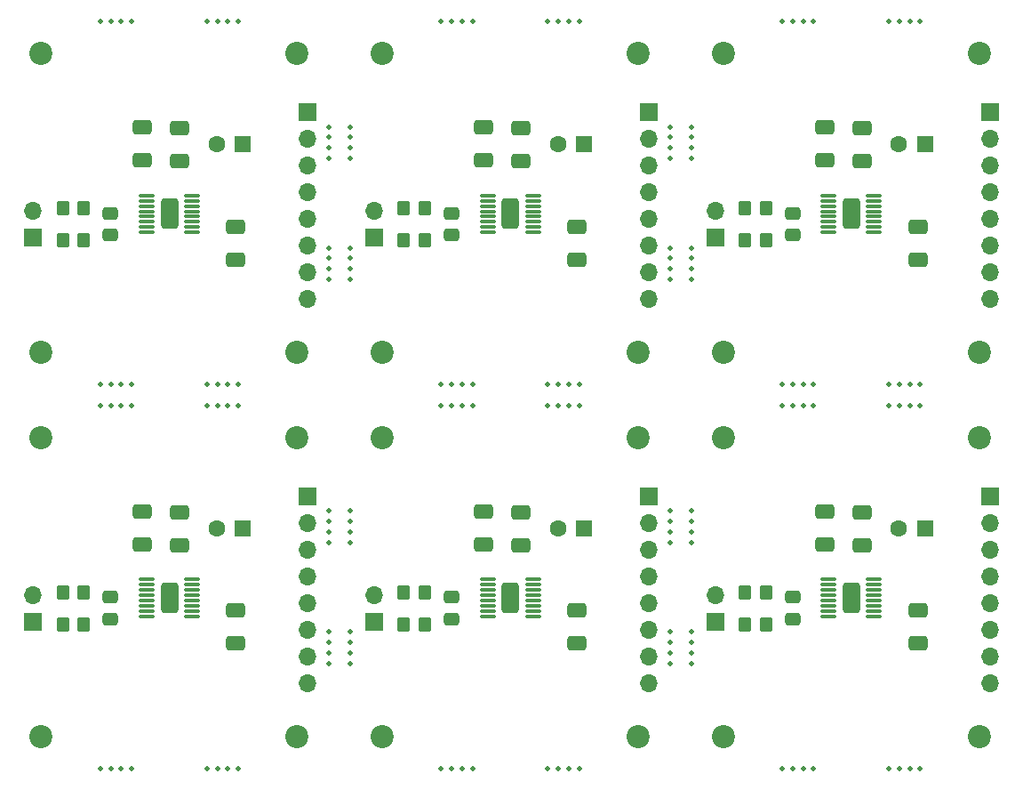
<source format=gbr>
%TF.GenerationSoftware,KiCad,Pcbnew,8.0.4*%
%TF.CreationDate,2024-08-17T22:53:07+02:00*%
%TF.ProjectId,,58585858-5858-4585-9858-585858585858,rev?*%
%TF.SameCoordinates,Original*%
%TF.FileFunction,Soldermask,Top*%
%TF.FilePolarity,Negative*%
%FSLAX46Y46*%
G04 Gerber Fmt 4.6, Leading zero omitted, Abs format (unit mm)*
G04 Created by KiCad (PCBNEW 8.0.4) date 2024-08-17 22:53:07*
%MOMM*%
%LPD*%
G01*
G04 APERTURE LIST*
G04 Aperture macros list*
%AMRoundRect*
0 Rectangle with rounded corners*
0 $1 Rounding radius*
0 $2 $3 $4 $5 $6 $7 $8 $9 X,Y pos of 4 corners*
0 Add a 4 corners polygon primitive as box body*
4,1,4,$2,$3,$4,$5,$6,$7,$8,$9,$2,$3,0*
0 Add four circle primitives for the rounded corners*
1,1,$1+$1,$2,$3*
1,1,$1+$1,$4,$5*
1,1,$1+$1,$6,$7*
1,1,$1+$1,$8,$9*
0 Add four rect primitives between the rounded corners*
20,1,$1+$1,$2,$3,$4,$5,0*
20,1,$1+$1,$4,$5,$6,$7,0*
20,1,$1+$1,$6,$7,$8,$9,0*
20,1,$1+$1,$8,$9,$2,$3,0*%
G04 Aperture macros list end*
%ADD10RoundRect,0.250000X-0.475000X0.337500X-0.475000X-0.337500X0.475000X-0.337500X0.475000X0.337500X0*%
%ADD11C,0.500000*%
%ADD12RoundRect,0.075000X-0.650000X-0.075000X0.650000X-0.075000X0.650000X0.075000X-0.650000X0.075000X0*%
%ADD13RoundRect,0.250000X-0.575000X-1.175000X0.575000X-1.175000X0.575000X1.175000X-0.575000X1.175000X0*%
%ADD14RoundRect,0.250000X-0.650000X0.412500X-0.650000X-0.412500X0.650000X-0.412500X0.650000X0.412500X0*%
%ADD15C,2.200000*%
%ADD16R,1.700000X1.700000*%
%ADD17O,1.700000X1.700000*%
%ADD18R,1.600000X1.600000*%
%ADD19C,1.600000*%
%ADD20RoundRect,0.250000X0.650000X-0.412500X0.650000X0.412500X-0.650000X0.412500X-0.650000X-0.412500X0*%
%ADD21RoundRect,0.250000X-0.350000X-0.450000X0.350000X-0.450000X0.350000X0.450000X-0.350000X0.450000X0*%
G04 APERTURE END LIST*
D10*
%TO.C,C1*%
X175392000Y-45245500D03*
X175392000Y-47320500D03*
%TD*%
D11*
%TO.C,KiKit_MB_3_1*%
X109440000Y-27000500D03*
%TD*%
%TO.C,KiKit_MB_28_4*%
X133260000Y-85073833D03*
%TD*%
D12*
%TO.C,U1*%
X146358000Y-80098500D03*
X146358000Y-80598500D03*
X146358000Y-81098500D03*
X146358000Y-81598500D03*
X146358000Y-82098500D03*
X146358000Y-82598500D03*
X146358000Y-83098500D03*
X146358000Y-83598500D03*
X150658000Y-83598500D03*
X150658000Y-83098500D03*
X150658000Y-82598500D03*
X150658000Y-82098500D03*
X150658000Y-81598500D03*
X150658000Y-81098500D03*
X150658000Y-80598500D03*
X150658000Y-80098500D03*
D13*
X148508000Y-81848500D03*
%TD*%
D11*
%TO.C,KiKit_MB_31_3*%
X143920000Y-63544500D03*
%TD*%
%TO.C,KiKit_MB_33_2*%
X143920000Y-98088500D03*
%TD*%
%TO.C,KiKit_MB_33_3*%
X142920000Y-98088500D03*
%TD*%
%TO.C,KiKit_MB_25_1*%
X112440000Y-98088500D03*
%TD*%
%TO.C,KiKit_MB_16_1*%
X165740000Y-51529833D03*
%TD*%
D14*
%TO.C,C5*%
X145960000Y-73627500D03*
X145960000Y-76752500D03*
%TD*%
D11*
%TO.C,KiKit_MB_30_3*%
X163740000Y-87073833D03*
%TD*%
%TO.C,KiKit_MB_38_4*%
X187560000Y-63544500D03*
%TD*%
D15*
%TO.C,M2*%
X136308000Y-66592500D03*
%TD*%
D11*
%TO.C,KiKit_MB_11_3*%
X143920000Y-27000500D03*
%TD*%
%TO.C,KiKit_MB_11_4*%
X144920000Y-27000500D03*
%TD*%
%TO.C,KiKit_MB_18_2*%
X185560000Y-27000500D03*
%TD*%
%TO.C,KiKit_MB_5_2*%
X111440000Y-61544500D03*
%TD*%
%TO.C,KiKit_MB_39_3*%
X175400000Y-98088500D03*
%TD*%
%TO.C,KiKit_MB_34_4*%
X152080000Y-98088500D03*
%TD*%
%TO.C,KiKit_MB_12_3*%
X154080000Y-27000500D03*
%TD*%
%TO.C,KiKit_MB_26_4*%
X119600000Y-98088500D03*
%TD*%
%TO.C,KiKit_MB_7_2*%
X133260000Y-39015167D03*
%TD*%
%TO.C,KiKit_MB_10_2*%
X163740000Y-49529833D03*
%TD*%
%TO.C,KiKit_MB_14_1*%
X155080000Y-61544500D03*
%TD*%
%TO.C,KiKit_MB_6_1*%
X122600000Y-61544500D03*
%TD*%
D16*
%TO.C,J1*%
X161708000Y-35636500D03*
D17*
X161708000Y-38176500D03*
X161708000Y-40716500D03*
X161708000Y-43256500D03*
X161708000Y-45796500D03*
X161708000Y-48336500D03*
X161708000Y-50876500D03*
X161708000Y-53416500D03*
%TD*%
D14*
%TO.C,C5*%
X145960000Y-37083500D03*
X145960000Y-40208500D03*
%TD*%
D11*
%TO.C,KiKit_MB_19_1*%
X177400000Y-61544500D03*
%TD*%
D18*
%TO.C,C7*%
X123044380Y-75228500D03*
D19*
X120544380Y-75228500D03*
%TD*%
D20*
%TO.C,C3*%
X122370000Y-86189000D03*
X122370000Y-83064000D03*
%TD*%
%TO.C,C3*%
X154850000Y-49645000D03*
X154850000Y-46520000D03*
%TD*%
D11*
%TO.C,KiKit_MB_34_2*%
X154080000Y-98088500D03*
%TD*%
%TO.C,KiKit_MB_5_3*%
X110440000Y-61544500D03*
%TD*%
%TO.C,KiKit_MB_7_3*%
X133260000Y-38015167D03*
%TD*%
D12*
%TO.C,U1*%
X178838000Y-80098500D03*
X178838000Y-80598500D03*
X178838000Y-81098500D03*
X178838000Y-81598500D03*
X178838000Y-82098500D03*
X178838000Y-82598500D03*
X178838000Y-83098500D03*
X178838000Y-83598500D03*
X183138000Y-83598500D03*
X183138000Y-83098500D03*
X183138000Y-82598500D03*
X183138000Y-82098500D03*
X183138000Y-81598500D03*
X183138000Y-81098500D03*
X183138000Y-80598500D03*
X183138000Y-80098500D03*
D13*
X180988000Y-81848500D03*
%TD*%
D14*
%TO.C,C4*%
X181996000Y-73704500D03*
X181996000Y-76829500D03*
%TD*%
D11*
%TO.C,KiKit_MB_25_4*%
X109440000Y-98088500D03*
%TD*%
D16*
%TO.C,J2*%
X168026000Y-47579500D03*
D17*
X168026000Y-45039500D03*
%TD*%
D11*
%TO.C,KiKit_MB_19_3*%
X175400000Y-61544500D03*
%TD*%
%TO.C,KiKit_MB_37_2*%
X175400000Y-63544500D03*
%TD*%
%TO.C,KiKit_MB_9_4*%
X163740000Y-40015167D03*
%TD*%
%TO.C,KiKit_MB_3_3*%
X111440000Y-27000500D03*
%TD*%
%TO.C,KiKit_MB_24_3*%
X121600000Y-63544500D03*
%TD*%
%TO.C,KiKit_MB_7_1*%
X133260000Y-40015167D03*
%TD*%
D15*
%TO.C,REF\u002A\u002A*%
X128212000Y-95040500D03*
%TD*%
D11*
%TO.C,KiKit_MB_17_3*%
X176400000Y-27000500D03*
%TD*%
%TO.C,KiKit_MB_4_3*%
X121600000Y-27000500D03*
%TD*%
%TO.C,KiKit_MB_2_4*%
X131260000Y-51529833D03*
%TD*%
%TO.C,KiKit_MB_13_2*%
X143920000Y-61544500D03*
%TD*%
%TO.C,KiKit_MB_36_3*%
X165740000Y-86073833D03*
%TD*%
%TO.C,KiKit_MB_27_1*%
X133260000Y-76559166D03*
%TD*%
%TO.C,KiKit_MB_11_2*%
X142920000Y-27000500D03*
%TD*%
%TO.C,KiKit_MB_20_4*%
X184560000Y-61544500D03*
%TD*%
D16*
%TO.C,J1*%
X129228000Y-35636500D03*
D17*
X129228000Y-38176500D03*
X129228000Y-40716500D03*
X129228000Y-43256500D03*
X129228000Y-45796500D03*
X129228000Y-48336500D03*
X129228000Y-50876500D03*
X129228000Y-53416500D03*
%TD*%
D18*
%TO.C,C7*%
X188004380Y-75228500D03*
D19*
X185504380Y-75228500D03*
%TD*%
D11*
%TO.C,KiKit_MB_9_2*%
X163740000Y-38015167D03*
%TD*%
%TO.C,KiKit_MB_1_2*%
X131260000Y-38015167D03*
%TD*%
%TO.C,KiKit_MB_14_3*%
X153080000Y-61544500D03*
%TD*%
D14*
%TO.C,C4*%
X181996000Y-37160500D03*
X181996000Y-40285500D03*
%TD*%
D10*
%TO.C,C1*%
X142912000Y-81789500D03*
X142912000Y-83864500D03*
%TD*%
D11*
%TO.C,KiKit_MB_29_3*%
X163740000Y-75559166D03*
%TD*%
%TO.C,KiKit_MB_27_4*%
X133260000Y-73559166D03*
%TD*%
%TO.C,KiKit_MB_1_4*%
X131260000Y-40015167D03*
%TD*%
%TO.C,KiKit_MB_23_4*%
X112440000Y-63544500D03*
%TD*%
%TO.C,KiKit_MB_20_1*%
X187560000Y-61544500D03*
%TD*%
D15*
%TO.C,REF\u002A\u002A*%
X103828000Y-95040500D03*
%TD*%
D14*
%TO.C,C4*%
X117036000Y-73704500D03*
X117036000Y-76829500D03*
%TD*%
D11*
%TO.C,KiKit_MB_15_4*%
X165740000Y-37015167D03*
%TD*%
%TO.C,KiKit_MB_4_2*%
X120600000Y-27000500D03*
%TD*%
%TO.C,KiKit_MB_22_4*%
X131260000Y-88073833D03*
%TD*%
%TO.C,KiKit_MB_9_1*%
X163740000Y-37015167D03*
%TD*%
%TO.C,KiKit_MB_20_2*%
X186560000Y-61544500D03*
%TD*%
%TO.C,KiKit_MB_36_4*%
X165740000Y-85073833D03*
%TD*%
%TO.C,KiKit_MB_14_2*%
X154080000Y-61544500D03*
%TD*%
%TO.C,KiKit_MB_8_3*%
X133260000Y-49529833D03*
%TD*%
D15*
%TO.C,REF\u002A\u002A*%
X128212000Y-30048500D03*
%TD*%
D11*
%TO.C,KiKit_MB_33_1*%
X144920000Y-98088500D03*
%TD*%
D21*
%TO.C,R1*%
X105892000Y-81324500D03*
X107892000Y-81324500D03*
%TD*%
D11*
%TO.C,KiKit_MB_13_1*%
X144920000Y-61544500D03*
%TD*%
%TO.C,KiKit_MB_31_1*%
X141920000Y-63544500D03*
%TD*%
%TO.C,KiKit_MB_17_4*%
X177400000Y-27000500D03*
%TD*%
%TO.C,KiKit_MB_1_1*%
X131260000Y-37015167D03*
%TD*%
%TO.C,KiKit_MB_22_3*%
X131260000Y-87073833D03*
%TD*%
D10*
%TO.C,C1*%
X142912000Y-45245500D03*
X142912000Y-47320500D03*
%TD*%
D11*
%TO.C,KiKit_MB_29_2*%
X163740000Y-74559166D03*
%TD*%
%TO.C,KiKit_MB_34_3*%
X153080000Y-98088500D03*
%TD*%
%TO.C,KiKit_MB_18_1*%
X184560000Y-27000500D03*
%TD*%
D15*
%TO.C,REF\u002A\u002A*%
X193172000Y-95040500D03*
%TD*%
D16*
%TO.C,J2*%
X135546000Y-84123500D03*
D17*
X135546000Y-81583500D03*
%TD*%
D11*
%TO.C,KiKit_MB_17_1*%
X174400000Y-27000500D03*
%TD*%
%TO.C,KiKit_MB_21_3*%
X131260000Y-75559166D03*
%TD*%
D21*
%TO.C,R2*%
X138372000Y-84372500D03*
X140372000Y-84372500D03*
%TD*%
D11*
%TO.C,KiKit_MB_10_3*%
X163740000Y-50529833D03*
%TD*%
%TO.C,KiKit_MB_30_2*%
X163740000Y-86073833D03*
%TD*%
D15*
%TO.C,REF\u002A\u002A*%
X168788000Y-58496500D03*
%TD*%
D11*
%TO.C,KiKit_MB_13_4*%
X141920000Y-61544500D03*
%TD*%
%TO.C,KiKit_MB_8_1*%
X133260000Y-51529833D03*
%TD*%
D16*
%TO.C,J2*%
X103066000Y-47579500D03*
D17*
X103066000Y-45039500D03*
%TD*%
D11*
%TO.C,KiKit_MB_31_4*%
X144920000Y-63544500D03*
%TD*%
D21*
%TO.C,R1*%
X138372000Y-44780500D03*
X140372000Y-44780500D03*
%TD*%
D18*
%TO.C,C7*%
X155524380Y-75228500D03*
D19*
X153024380Y-75228500D03*
%TD*%
D11*
%TO.C,KiKit_MB_38_1*%
X184560000Y-63544500D03*
%TD*%
D15*
%TO.C,REF\u002A\u002A*%
X160692000Y-58496500D03*
%TD*%
D11*
%TO.C,KiKit_MB_32_1*%
X152080000Y-63544500D03*
%TD*%
D15*
%TO.C,REF\u002A\u002A*%
X193172000Y-66592500D03*
%TD*%
D11*
%TO.C,KiKit_MB_6_3*%
X120600000Y-61544500D03*
%TD*%
%TO.C,KiKit_MB_10_4*%
X163740000Y-51529833D03*
%TD*%
D12*
%TO.C,U1*%
X178838000Y-43554500D03*
X178838000Y-44054500D03*
X178838000Y-44554500D03*
X178838000Y-45054500D03*
X178838000Y-45554500D03*
X178838000Y-46054500D03*
X178838000Y-46554500D03*
X178838000Y-47054500D03*
X183138000Y-47054500D03*
X183138000Y-46554500D03*
X183138000Y-46054500D03*
X183138000Y-45554500D03*
X183138000Y-45054500D03*
X183138000Y-44554500D03*
X183138000Y-44054500D03*
X183138000Y-43554500D03*
D13*
X180988000Y-45304500D03*
%TD*%
D15*
%TO.C,REF\u002A\u002A*%
X128212000Y-58496500D03*
%TD*%
D14*
%TO.C,C5*%
X113480000Y-73627500D03*
X113480000Y-76752500D03*
%TD*%
D11*
%TO.C,KiKit_MB_4_4*%
X122600000Y-27000500D03*
%TD*%
%TO.C,KiKit_MB_16_3*%
X165740000Y-49529833D03*
%TD*%
%TO.C,KiKit_MB_14_4*%
X152080000Y-61544500D03*
%TD*%
D21*
%TO.C,R2*%
X105892000Y-47828500D03*
X107892000Y-47828500D03*
%TD*%
D11*
%TO.C,KiKit_MB_5_1*%
X112440000Y-61544500D03*
%TD*%
%TO.C,KiKit_MB_23_3*%
X111440000Y-63544500D03*
%TD*%
D16*
%TO.C,J2*%
X135546000Y-47579500D03*
D17*
X135546000Y-45039500D03*
%TD*%
D11*
%TO.C,KiKit_MB_30_4*%
X163740000Y-88073833D03*
%TD*%
%TO.C,KiKit_MB_15_2*%
X165740000Y-39015167D03*
%TD*%
%TO.C,KiKit_MB_24_2*%
X120600000Y-63544500D03*
%TD*%
D15*
%TO.C,M2*%
X136308000Y-30048500D03*
%TD*%
D11*
%TO.C,KiKit_MB_28_1*%
X133260000Y-88073833D03*
%TD*%
%TO.C,KiKit_MB_30_1*%
X163740000Y-85073833D03*
%TD*%
%TO.C,KiKit_MB_20_3*%
X185560000Y-61544500D03*
%TD*%
D18*
%TO.C,C7*%
X155524380Y-38684500D03*
D19*
X153024380Y-38684500D03*
%TD*%
D11*
%TO.C,KiKit_MB_12_1*%
X152080000Y-27000500D03*
%TD*%
%TO.C,KiKit_MB_35_1*%
X165740000Y-76559166D03*
%TD*%
D15*
%TO.C,M2*%
X103828000Y-30048500D03*
%TD*%
D10*
%TO.C,C1*%
X110432000Y-81789500D03*
X110432000Y-83864500D03*
%TD*%
D11*
%TO.C,KiKit_MB_2_3*%
X131260000Y-50529833D03*
%TD*%
%TO.C,KiKit_MB_2_1*%
X131260000Y-48529833D03*
%TD*%
%TO.C,KiKit_MB_27_2*%
X133260000Y-75559166D03*
%TD*%
%TO.C,KiKit_MB_5_4*%
X109440000Y-61544500D03*
%TD*%
D20*
%TO.C,C3*%
X187330000Y-86189000D03*
X187330000Y-83064000D03*
%TD*%
D16*
%TO.C,J1*%
X129228000Y-72180500D03*
D17*
X129228000Y-74720500D03*
X129228000Y-77260500D03*
X129228000Y-79800500D03*
X129228000Y-82340500D03*
X129228000Y-84880500D03*
X129228000Y-87420500D03*
X129228000Y-89960500D03*
%TD*%
D15*
%TO.C,REF\u002A\u002A*%
X136308000Y-95040500D03*
%TD*%
D12*
%TO.C,U1*%
X113878000Y-80098500D03*
X113878000Y-80598500D03*
X113878000Y-81098500D03*
X113878000Y-81598500D03*
X113878000Y-82098500D03*
X113878000Y-82598500D03*
X113878000Y-83098500D03*
X113878000Y-83598500D03*
X118178000Y-83598500D03*
X118178000Y-83098500D03*
X118178000Y-82598500D03*
X118178000Y-82098500D03*
X118178000Y-81598500D03*
X118178000Y-81098500D03*
X118178000Y-80598500D03*
X118178000Y-80098500D03*
D13*
X116028000Y-81848500D03*
%TD*%
D11*
%TO.C,KiKit_MB_4_1*%
X119600000Y-27000500D03*
%TD*%
D14*
%TO.C,C4*%
X149516000Y-73704500D03*
X149516000Y-76829500D03*
%TD*%
D21*
%TO.C,R1*%
X105892000Y-44780500D03*
X107892000Y-44780500D03*
%TD*%
D11*
%TO.C,KiKit_MB_40_2*%
X186560000Y-98088500D03*
%TD*%
%TO.C,KiKit_MB_24_4*%
X122600000Y-63544500D03*
%TD*%
%TO.C,KiKit_MB_23_2*%
X110440000Y-63544500D03*
%TD*%
%TO.C,KiKit_MB_36_1*%
X165740000Y-88073833D03*
%TD*%
%TO.C,KiKit_MB_12_4*%
X155080000Y-27000500D03*
%TD*%
%TO.C,KiKit_MB_19_2*%
X176400000Y-61544500D03*
%TD*%
%TO.C,KiKit_MB_25_2*%
X111440000Y-98088500D03*
%TD*%
D16*
%TO.C,J1*%
X161708000Y-72180500D03*
D17*
X161708000Y-74720500D03*
X161708000Y-77260500D03*
X161708000Y-79800500D03*
X161708000Y-82340500D03*
X161708000Y-84880500D03*
X161708000Y-87420500D03*
X161708000Y-89960500D03*
%TD*%
D20*
%TO.C,C3*%
X122370000Y-49645000D03*
X122370000Y-46520000D03*
%TD*%
D16*
%TO.C,J1*%
X194188000Y-72180500D03*
D17*
X194188000Y-74720500D03*
X194188000Y-77260500D03*
X194188000Y-79800500D03*
X194188000Y-82340500D03*
X194188000Y-84880500D03*
X194188000Y-87420500D03*
X194188000Y-89960500D03*
%TD*%
D11*
%TO.C,KiKit_MB_21_1*%
X131260000Y-73559166D03*
%TD*%
D15*
%TO.C,REF\u002A\u002A*%
X160692000Y-30048500D03*
%TD*%
D11*
%TO.C,KiKit_MB_16_2*%
X165740000Y-50529833D03*
%TD*%
D21*
%TO.C,R2*%
X138372000Y-47828500D03*
X140372000Y-47828500D03*
%TD*%
D11*
%TO.C,KiKit_MB_8_4*%
X133260000Y-48529833D03*
%TD*%
%TO.C,KiKit_MB_37_4*%
X177400000Y-63544500D03*
%TD*%
%TO.C,KiKit_MB_39_4*%
X174400000Y-98088500D03*
%TD*%
%TO.C,KiKit_MB_35_3*%
X165740000Y-74559166D03*
%TD*%
D16*
%TO.C,J2*%
X168026000Y-84123500D03*
D17*
X168026000Y-81583500D03*
%TD*%
D15*
%TO.C,REF\u002A\u002A*%
X193172000Y-30048500D03*
%TD*%
D11*
%TO.C,KiKit_MB_13_3*%
X142920000Y-61544500D03*
%TD*%
D12*
%TO.C,U1*%
X146358000Y-43554500D03*
X146358000Y-44054500D03*
X146358000Y-44554500D03*
X146358000Y-45054500D03*
X146358000Y-45554500D03*
X146358000Y-46054500D03*
X146358000Y-46554500D03*
X146358000Y-47054500D03*
X150658000Y-47054500D03*
X150658000Y-46554500D03*
X150658000Y-46054500D03*
X150658000Y-45554500D03*
X150658000Y-45054500D03*
X150658000Y-44554500D03*
X150658000Y-44054500D03*
X150658000Y-43554500D03*
D13*
X148508000Y-45304500D03*
%TD*%
D14*
%TO.C,C5*%
X178440000Y-73627500D03*
X178440000Y-76752500D03*
%TD*%
D11*
%TO.C,KiKit_MB_32_4*%
X155080000Y-63544500D03*
%TD*%
%TO.C,KiKit_MB_28_2*%
X133260000Y-87073833D03*
%TD*%
%TO.C,KiKit_MB_16_4*%
X165740000Y-48529833D03*
%TD*%
%TO.C,KiKit_MB_35_4*%
X165740000Y-73559166D03*
%TD*%
D15*
%TO.C,REF\u002A\u002A*%
X136308000Y-58496500D03*
%TD*%
D11*
%TO.C,KiKit_MB_26_1*%
X122600000Y-98088500D03*
%TD*%
D15*
%TO.C,REF\u002A\u002A*%
X168788000Y-95040500D03*
%TD*%
%TO.C,REF\u002A\u002A*%
X193172000Y-58496500D03*
%TD*%
D16*
%TO.C,J1*%
X194188000Y-35636500D03*
D17*
X194188000Y-38176500D03*
X194188000Y-40716500D03*
X194188000Y-43256500D03*
X194188000Y-45796500D03*
X194188000Y-48336500D03*
X194188000Y-50876500D03*
X194188000Y-53416500D03*
%TD*%
D11*
%TO.C,KiKit_MB_29_1*%
X163740000Y-73559166D03*
%TD*%
D16*
%TO.C,J2*%
X103066000Y-84123500D03*
D17*
X103066000Y-81583500D03*
%TD*%
D11*
%TO.C,KiKit_MB_26_2*%
X121600000Y-98088500D03*
%TD*%
%TO.C,KiKit_MB_17_2*%
X175400000Y-27000500D03*
%TD*%
D21*
%TO.C,R1*%
X170852000Y-44780500D03*
X172852000Y-44780500D03*
%TD*%
D11*
%TO.C,KiKit_MB_38_3*%
X186560000Y-63544500D03*
%TD*%
%TO.C,KiKit_MB_40_1*%
X187560000Y-98088500D03*
%TD*%
D14*
%TO.C,C4*%
X149516000Y-37160500D03*
X149516000Y-40285500D03*
%TD*%
D11*
%TO.C,KiKit_MB_3_2*%
X110440000Y-27000500D03*
%TD*%
%TO.C,KiKit_MB_15_3*%
X165740000Y-38015167D03*
%TD*%
%TO.C,KiKit_MB_31_2*%
X142920000Y-63544500D03*
%TD*%
%TO.C,KiKit_MB_32_2*%
X153080000Y-63544500D03*
%TD*%
D15*
%TO.C,M2*%
X103828000Y-66592500D03*
%TD*%
D11*
%TO.C,KiKit_MB_21_2*%
X131260000Y-74559166D03*
%TD*%
%TO.C,KiKit_MB_8_2*%
X133260000Y-50529833D03*
%TD*%
%TO.C,KiKit_MB_7_4*%
X133260000Y-37015167D03*
%TD*%
D14*
%TO.C,C5*%
X178440000Y-37083500D03*
X178440000Y-40208500D03*
%TD*%
D11*
%TO.C,KiKit_MB_24_1*%
X119600000Y-63544500D03*
%TD*%
%TO.C,KiKit_MB_1_3*%
X131260000Y-39015167D03*
%TD*%
D18*
%TO.C,C7*%
X188004380Y-38684500D03*
D19*
X185504380Y-38684500D03*
%TD*%
D11*
%TO.C,KiKit_MB_3_4*%
X112440000Y-27000500D03*
%TD*%
D18*
%TO.C,C7*%
X123044380Y-38684500D03*
D19*
X120544380Y-38684500D03*
%TD*%
D15*
%TO.C,REF\u002A\u002A*%
X160692000Y-66592500D03*
%TD*%
D11*
%TO.C,KiKit_MB_22_1*%
X131260000Y-85073833D03*
%TD*%
%TO.C,KiKit_MB_40_3*%
X185560000Y-98088500D03*
%TD*%
%TO.C,KiKit_MB_19_4*%
X174400000Y-61544500D03*
%TD*%
%TO.C,KiKit_MB_38_2*%
X185560000Y-63544500D03*
%TD*%
%TO.C,KiKit_MB_40_4*%
X184560000Y-98088500D03*
%TD*%
D21*
%TO.C,R2*%
X170852000Y-47828500D03*
X172852000Y-47828500D03*
%TD*%
D11*
%TO.C,KiKit_MB_25_3*%
X110440000Y-98088500D03*
%TD*%
%TO.C,KiKit_MB_6_2*%
X121600000Y-61544500D03*
%TD*%
%TO.C,KiKit_MB_37_1*%
X174400000Y-63544500D03*
%TD*%
D21*
%TO.C,R2*%
X105892000Y-84372500D03*
X107892000Y-84372500D03*
%TD*%
D10*
%TO.C,C1*%
X175392000Y-81789500D03*
X175392000Y-83864500D03*
%TD*%
D15*
%TO.C,REF\u002A\u002A*%
X128212000Y-66592500D03*
%TD*%
%TO.C,REF\u002A\u002A*%
X103828000Y-58496500D03*
%TD*%
D14*
%TO.C,C5*%
X113480000Y-37083500D03*
X113480000Y-40208500D03*
%TD*%
D15*
%TO.C,M2*%
X168788000Y-30048500D03*
%TD*%
D21*
%TO.C,R1*%
X170852000Y-81324500D03*
X172852000Y-81324500D03*
%TD*%
D11*
%TO.C,KiKit_MB_9_3*%
X163740000Y-39015167D03*
%TD*%
%TO.C,KiKit_MB_2_2*%
X131260000Y-49529833D03*
%TD*%
%TO.C,KiKit_MB_22_2*%
X131260000Y-86073833D03*
%TD*%
D20*
%TO.C,C3*%
X154850000Y-86189000D03*
X154850000Y-83064000D03*
%TD*%
D12*
%TO.C,U1*%
X113878000Y-43554500D03*
X113878000Y-44054500D03*
X113878000Y-44554500D03*
X113878000Y-45054500D03*
X113878000Y-45554500D03*
X113878000Y-46054500D03*
X113878000Y-46554500D03*
X113878000Y-47054500D03*
X118178000Y-47054500D03*
X118178000Y-46554500D03*
X118178000Y-46054500D03*
X118178000Y-45554500D03*
X118178000Y-45054500D03*
X118178000Y-44554500D03*
X118178000Y-44054500D03*
X118178000Y-43554500D03*
D13*
X116028000Y-45304500D03*
%TD*%
D14*
%TO.C,C4*%
X117036000Y-37160500D03*
X117036000Y-40285500D03*
%TD*%
D11*
%TO.C,KiKit_MB_28_3*%
X133260000Y-86073833D03*
%TD*%
D21*
%TO.C,R1*%
X138372000Y-81324500D03*
X140372000Y-81324500D03*
%TD*%
D11*
%TO.C,KiKit_MB_15_1*%
X165740000Y-40015167D03*
%TD*%
%TO.C,KiKit_MB_21_4*%
X131260000Y-76559166D03*
%TD*%
%TO.C,KiKit_MB_12_2*%
X153080000Y-27000500D03*
%TD*%
D20*
%TO.C,C3*%
X187330000Y-49645000D03*
X187330000Y-46520000D03*
%TD*%
D11*
%TO.C,KiKit_MB_36_2*%
X165740000Y-87073833D03*
%TD*%
%TO.C,KiKit_MB_37_3*%
X176400000Y-63544500D03*
%TD*%
%TO.C,KiKit_MB_35_2*%
X165740000Y-75559166D03*
%TD*%
%TO.C,KiKit_MB_18_4*%
X187560000Y-27000500D03*
%TD*%
%TO.C,KiKit_MB_26_3*%
X120600000Y-98088500D03*
%TD*%
%TO.C,KiKit_MB_27_3*%
X133260000Y-74559166D03*
%TD*%
D15*
%TO.C,REF\u002A\u002A*%
X160692000Y-95040500D03*
%TD*%
D11*
%TO.C,KiKit_MB_23_1*%
X109440000Y-63544500D03*
%TD*%
D21*
%TO.C,R2*%
X170852000Y-84372500D03*
X172852000Y-84372500D03*
%TD*%
D15*
%TO.C,M2*%
X168788000Y-66592500D03*
%TD*%
D11*
%TO.C,KiKit_MB_33_4*%
X141920000Y-98088500D03*
%TD*%
%TO.C,KiKit_MB_10_1*%
X163740000Y-48529833D03*
%TD*%
%TO.C,KiKit_MB_11_1*%
X141920000Y-27000500D03*
%TD*%
%TO.C,KiKit_MB_29_4*%
X163740000Y-76559166D03*
%TD*%
%TO.C,KiKit_MB_32_3*%
X154080000Y-63544500D03*
%TD*%
%TO.C,KiKit_MB_34_1*%
X155080000Y-98088500D03*
%TD*%
%TO.C,KiKit_MB_6_4*%
X119600000Y-61544500D03*
%TD*%
%TO.C,KiKit_MB_39_2*%
X176400000Y-98088500D03*
%TD*%
D10*
%TO.C,C1*%
X110432000Y-45245500D03*
X110432000Y-47320500D03*
%TD*%
D11*
%TO.C,KiKit_MB_18_3*%
X186560000Y-27000500D03*
%TD*%
%TO.C,KiKit_MB_39_1*%
X177400000Y-98088500D03*
%TD*%
M02*

</source>
